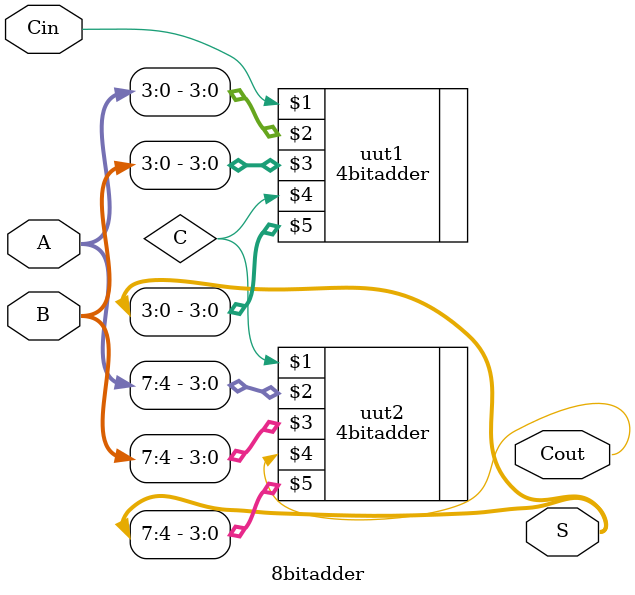
<source format=v>
module \8bitadder (Cin,A,B,Cout,S);
input[7:0]A;input[7:0]B;input Cin;
output[7:0]S; output Cout; wire C;
\4bitadder uut1(Cin,A[3:0],B[3:0],C,S[3:0]);
\4bitadder uut2(C,A[7:4],B[7:4],Cout,S[7:4]);

endmodule
</source>
